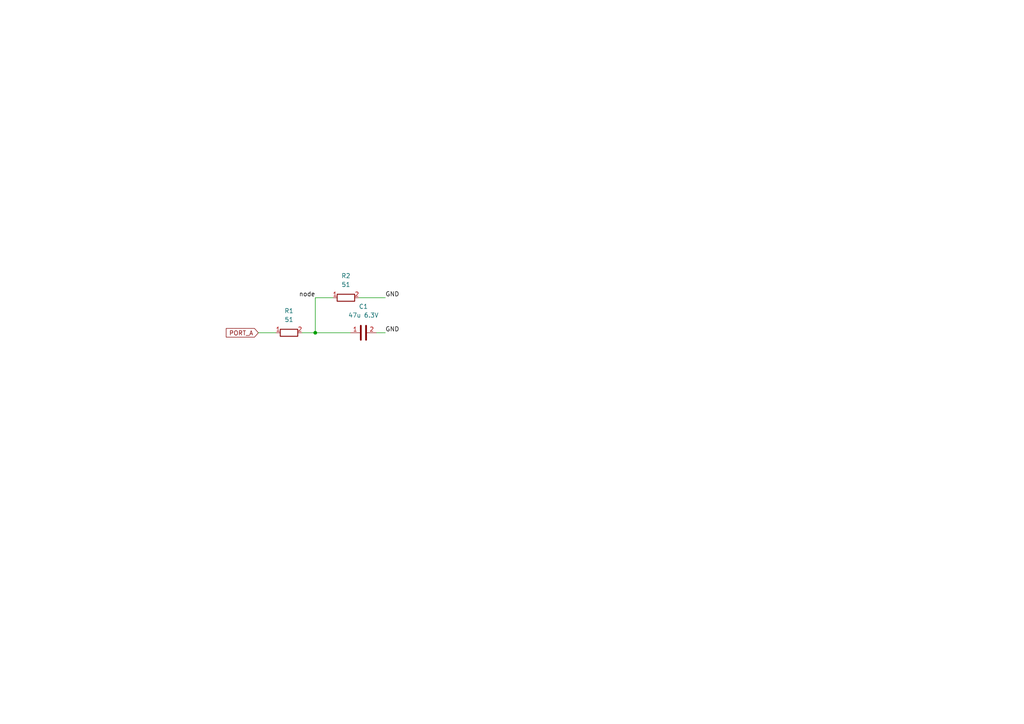
<source format=kicad_sch>
(kicad_sch (version 20211123) (generator eeschema)
  (paper "A4")
  (title_block (title "Simple Circuit") (date "2022-08-02") (rev "v01"))
  (lib_symbols
    (symbol "Device:C" (pin_names (offset 0.254))
      (property "Reference" "C" (at 0.635 2.54 0))
      (property "Value" "C" (at 0.635 -2.54 0))
      (symbol "C_0_1"
        (polyline (pts (xy -2.032 -0.762) (xy 2.032 -0.762)) (stroke (width 0.508)))
        (polyline (pts (xy -2.032 0.762) (xy 2.032 0.762)) (stroke (width 0.508)))
      )
      (symbol "C_1_1"
        (pin passive line (at 0 3.81 270) (length 2.794) (name "~") (number "1"))
        (pin passive line (at 0 -3.81 90) (length 2.794) (name "~") (number "2"))
      )
    )
    (symbol "Device:R" (pin_names (offset 0))
      (property "Reference" "R" (at 2.032 0 90))
      (property "Value" "R" (at 0 0 90))
      (symbol "R_0_1"
        (rectangle (start -1.016 -2.54) (end 1.016 2.54) (stroke (width 0.254)))
      )
      (symbol "R_1_1"
        (pin passive line (at 0 3.81 270) (length 1.27) (name "~") (number "1"))
        (pin passive line (at 0 -3.81 90) (length 1.27) (name "~") (number "2"))
      )
    )
  )
  (junction (at 91.44 96.52))
  (wire (pts (xy 91.44 86.36) (xy 91.44 96.52)))
  (wire (pts (xy 104.14 86.36) (xy 111.76 86.36)))
  (wire (pts (xy 74.93 96.52) (xy 80.01 96.52)))
  (wire (pts (xy 91.44 86.36) (xy 96.52 86.36)))
  (wire (pts (xy 87.63 96.52) (xy 91.44 96.52)))
  (wire (pts (xy 109.22 96.52) (xy 111.76 96.52)))
  (wire (pts (xy 91.44 96.52) (xy 101.6 96.52)))
  (label "node" (at 91.44 86.36 180))
  (label "GND" (at 111.76 96.52 0))
  (label "GND" (at 111.76 86.36 0))
  (global_label "PORT_A" (shape input) (at 74.93 96.52 180) (property "Intersheet References" "${INTERSHEET_REFS}" (effects hide)))
  (symbol (lib_id "Device:R") (at 83.82 96.52 90) (unit 1)
    (property "Reference" "R1" (at 83.82 90.17 90))
    (property "Value" "51" (at 83.82 92.71 90))
  )
  (symbol (lib_id "Device:C") (at 105.41 96.52 90) (unit 1)
    (property "Reference" "C1" (at 105.41 88.9 90))
    (property "Value" "47u 6.3V" (at 105.41 91.44 90))
  )
  (symbol (lib_id "Device:R") (at 100.33 86.36 90) (unit 1)
    (property "Reference" "R2" (at 100.33 80.01 90))
    (property "Value" "51" (at 100.33 82.55 90))
  )
)
</source>
